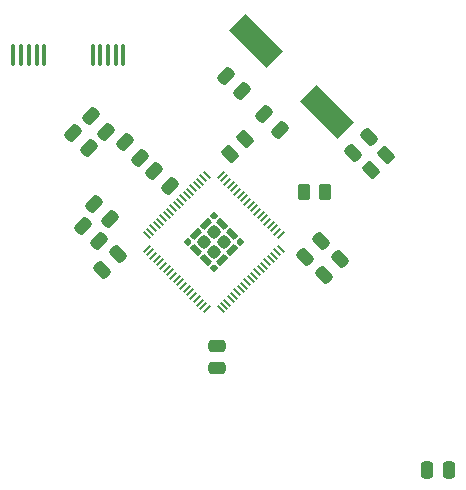
<source format=gbr>
%TF.GenerationSoftware,KiCad,Pcbnew,(6.0.4)*%
%TF.CreationDate,2022-04-10T17:23:06-04:00*%
%TF.ProjectId,ftdi601_breakout,66746469-3630-4315-9f62-7265616b6f75,rev?*%
%TF.SameCoordinates,Original*%
%TF.FileFunction,Paste,Top*%
%TF.FilePolarity,Positive*%
%FSLAX46Y46*%
G04 Gerber Fmt 4.6, Leading zero omitted, Abs format (unit mm)*
G04 Created by KiCad (PCBNEW (6.0.4)) date 2022-04-10 17:23:06*
%MOMM*%
%LPD*%
G01*
G04 APERTURE LIST*
G04 Aperture macros list*
%AMRoundRect*
0 Rectangle with rounded corners*
0 $1 Rounding radius*
0 $2 $3 $4 $5 $6 $7 $8 $9 X,Y pos of 4 corners*
0 Add a 4 corners polygon primitive as box body*
4,1,4,$2,$3,$4,$5,$6,$7,$8,$9,$2,$3,0*
0 Add four circle primitives for the rounded corners*
1,1,$1+$1,$2,$3*
1,1,$1+$1,$4,$5*
1,1,$1+$1,$6,$7*
1,1,$1+$1,$8,$9*
0 Add four rect primitives between the rounded corners*
20,1,$1+$1,$2,$3,$4,$5,0*
20,1,$1+$1,$4,$5,$6,$7,0*
20,1,$1+$1,$6,$7,$8,$9,0*
20,1,$1+$1,$8,$9,$2,$3,0*%
%AMRotRect*
0 Rectangle, with rotation*
0 The origin of the aperture is its center*
0 $1 length*
0 $2 width*
0 $3 Rotation angle, in degrees counterclockwise*
0 Add horizontal line*
21,1,$1,$2,0,0,$3*%
%AMFreePoly0*
4,1,48,0.193768,0.277084,0.210255,0.277084,0.223594,0.267393,0.239271,0.262299,0.248962,0.248962,0.262299,0.239271,0.267393,0.223594,0.277084,0.210255,0.277084,0.193768,0.282178,0.178092,0.282178,-0.178092,0.277084,-0.193768,0.277084,-0.210255,0.267393,-0.223594,0.262299,-0.239271,0.248962,-0.248962,0.239271,-0.262299,0.223594,-0.267393,0.210255,-0.277084,0.193768,-0.277084,
0.178092,-0.282178,-0.178092,-0.282178,-0.193768,-0.277084,-0.210255,-0.277084,-0.223594,-0.267393,-0.239271,-0.262299,-0.248962,-0.248962,-0.262299,-0.239271,-0.267393,-0.223594,-0.277084,-0.210255,-0.277084,-0.193768,-0.282178,-0.178092,-0.282178,0.091864,-0.279582,0.099852,-0.280896,0.108147,-0.269831,0.129864,-0.262299,0.153044,-0.255505,0.157980,-0.251692,0.165464,-0.165464,0.251692,
-0.157980,0.255505,-0.153044,0.262299,-0.129862,0.269831,-0.108146,0.280896,-0.099852,0.279582,-0.091864,0.282178,0.178092,0.282178,0.193768,0.277084,0.193768,0.277084,$1*%
%AMFreePoly1*
4,1,16,0.168960,0.477745,0.203876,0.463282,0.261726,0.405432,0.282179,0.356053,0.282179,-0.356053,0.261724,-0.405433,0.203877,-0.463283,0.154499,-0.483736,-0.212347,-0.483736,-0.261726,-0.463283,-0.282179,-0.413904,-0.282179,0.413904,-0.261726,0.463283,-0.212347,0.483736,0.154499,0.483736,0.168960,0.477745,0.168960,0.477745,$1*%
%AMFreePoly2*
4,1,48,0.193768,0.277084,0.210255,0.277084,0.223594,0.267393,0.239271,0.262299,0.248962,0.248962,0.262299,0.239271,0.267393,0.223594,0.277084,0.210255,0.277084,0.193768,0.282178,0.178092,0.282178,-0.178092,0.277084,-0.193768,0.277084,-0.210255,0.267393,-0.223594,0.262299,-0.239271,0.248962,-0.248962,0.239271,-0.262299,0.223594,-0.267393,0.210255,-0.277084,0.193768,-0.277084,
0.178092,-0.282178,-0.091864,-0.282178,-0.099852,-0.279582,-0.108146,-0.280896,-0.129862,-0.269831,-0.153044,-0.262299,-0.157980,-0.255505,-0.165464,-0.251692,-0.251692,-0.165464,-0.255505,-0.157980,-0.262299,-0.153044,-0.269831,-0.129864,-0.280896,-0.108147,-0.279582,-0.099852,-0.282178,-0.091864,-0.282178,0.178092,-0.277084,0.193768,-0.277084,0.210255,-0.267393,0.223594,-0.262299,0.239271,
-0.248962,0.248962,-0.239271,0.262299,-0.223594,0.267393,-0.210255,0.277084,-0.193768,0.277084,-0.178092,0.282178,0.178092,0.282178,0.193768,0.277084,0.193768,0.277084,$1*%
%AMFreePoly3*
4,1,16,0.261726,0.463283,0.282179,0.413904,0.282179,-0.413904,0.261726,-0.463283,0.212347,-0.483736,-0.154499,-0.483736,-0.168960,-0.477745,-0.203877,-0.463281,-0.261726,-0.405432,-0.282179,-0.356053,-0.282179,0.356053,-0.261724,0.405433,-0.203877,0.463283,-0.154499,0.483736,0.212347,0.483736,0.261726,0.463283,0.261726,0.463283,$1*%
%AMFreePoly4*
4,1,16,0.405432,0.261726,0.405432,0.261725,0.463283,0.203877,0.483736,0.154497,0.483736,-0.212347,0.463283,-0.261726,0.413904,-0.282179,-0.413904,-0.282179,-0.463283,-0.261726,-0.483736,-0.212347,-0.483736,0.154497,-0.463281,0.203877,-0.405432,0.261726,-0.356053,0.282179,0.356053,0.282179,0.405432,0.261726,0.405432,0.261726,$1*%
%AMFreePoly5*
4,1,15,0.463283,0.261726,0.483736,0.212347,0.483736,-0.154497,0.463281,-0.203877,0.405432,-0.261726,0.356053,-0.282179,-0.356053,-0.282179,-0.405433,-0.261724,-0.463283,-0.203877,-0.483736,-0.154497,-0.483736,0.212347,-0.463283,0.261726,-0.413904,0.282179,0.413904,0.282179,0.463283,0.261726,0.463283,0.261726,$1*%
%AMFreePoly6*
4,1,48,0.099852,0.279582,0.108147,0.280896,0.129864,0.269831,0.153044,0.262299,0.157980,0.255505,0.165464,0.251692,0.251692,0.165464,0.255505,0.157980,0.262299,0.153044,0.269831,0.129862,0.280896,0.108146,0.279582,0.099852,0.282178,0.091864,0.282178,-0.178092,0.277084,-0.193768,0.277084,-0.210255,0.267393,-0.223594,0.262299,-0.239271,0.248962,-0.248962,0.239271,-0.262299,
0.223594,-0.267393,0.210255,-0.277084,0.193768,-0.277084,0.178092,-0.282178,-0.178092,-0.282178,-0.193768,-0.277084,-0.210255,-0.277084,-0.223594,-0.267393,-0.239271,-0.262299,-0.248962,-0.248962,-0.262299,-0.239271,-0.267393,-0.223594,-0.277084,-0.210255,-0.277084,-0.193768,-0.282178,-0.178092,-0.282178,0.178092,-0.277084,0.193768,-0.277084,0.210255,-0.267393,0.223594,-0.262299,0.239271,
-0.248962,0.248962,-0.239271,0.262299,-0.223594,0.267393,-0.210255,0.277084,-0.193768,0.277084,-0.178092,0.282178,0.091864,0.282178,0.099852,0.279582,0.099852,0.279582,$1*%
%AMFreePoly7*
4,1,48,0.193768,0.277084,0.210255,0.277084,0.223594,0.267393,0.239271,0.262299,0.248962,0.248962,0.262299,0.239271,0.267393,0.223594,0.277084,0.210255,0.277084,0.193768,0.282178,0.178092,0.282178,-0.091864,0.279582,-0.099852,0.280896,-0.108146,0.269831,-0.129862,0.262299,-0.153044,0.255505,-0.157980,0.251692,-0.165464,0.165464,-0.251692,0.157980,-0.255505,0.153044,-0.262299,
0.129864,-0.269831,0.108147,-0.280896,0.099852,-0.279582,0.091864,-0.282178,-0.178092,-0.282178,-0.193768,-0.277084,-0.210255,-0.277084,-0.223594,-0.267393,-0.239271,-0.262299,-0.248962,-0.248962,-0.262299,-0.239271,-0.267393,-0.223594,-0.277084,-0.210255,-0.277084,-0.193768,-0.282178,-0.178092,-0.282178,0.178092,-0.277084,0.193768,-0.277084,0.210255,-0.267393,0.223594,-0.262299,0.239271,
-0.248962,0.248962,-0.239271,0.262299,-0.223594,0.267393,-0.210255,0.277084,-0.193768,0.277084,-0.178092,0.282178,0.178092,0.282178,0.193768,0.277084,0.193768,0.277084,$1*%
G04 Aperture macros list end*
%ADD10RoundRect,0.100000X0.100000X0.800000X-0.100000X0.800000X-0.100000X-0.800000X0.100000X-0.800000X0*%
%ADD11RoundRect,0.250000X0.512652X0.159099X0.159099X0.512652X-0.512652X-0.159099X-0.159099X-0.512652X0*%
%ADD12RoundRect,0.250000X0.159099X-0.512652X0.512652X-0.159099X-0.159099X0.512652X-0.512652X0.159099X0*%
%ADD13RoundRect,0.250000X0.250000X0.475000X-0.250000X0.475000X-0.250000X-0.475000X0.250000X-0.475000X0*%
%ADD14RoundRect,0.250000X0.475000X-0.250000X0.475000X0.250000X-0.475000X0.250000X-0.475000X-0.250000X0*%
%ADD15RoundRect,0.250000X-0.262500X-0.450000X0.262500X-0.450000X0.262500X0.450000X-0.262500X0.450000X0*%
%ADD16RoundRect,0.250000X-0.512652X-0.159099X-0.159099X-0.512652X0.512652X0.159099X0.159099X0.512652X0*%
%ADD17RoundRect,0.250000X0.132583X-0.503814X0.503814X-0.132583X-0.132583X0.503814X-0.503814X0.132583X0*%
%ADD18RotRect,4.500000X2.000000X135.000000*%
%ADD19FreePoly0,225.000000*%
%ADD20RoundRect,0.241868X0.000000X0.342052X-0.342052X0.000000X0.000000X-0.342052X0.342052X0.000000X0*%
%ADD21FreePoly1,225.000000*%
%ADD22FreePoly2,225.000000*%
%ADD23FreePoly3,225.000000*%
%ADD24FreePoly4,225.000000*%
%ADD25FreePoly5,225.000000*%
%ADD26FreePoly6,225.000000*%
%ADD27FreePoly7,225.000000*%
%ADD28RoundRect,0.050000X0.220971X0.291682X-0.291682X-0.220971X-0.220971X-0.291682X0.291682X0.220971X0*%
%ADD29RoundRect,0.050000X-0.220971X0.291682X-0.291682X0.220971X0.220971X-0.291682X0.291682X-0.220971X0*%
G04 APERTURE END LIST*
D10*
%TO.C,J1*%
X142850000Y-71675000D03*
X142200000Y-71675000D03*
X141550000Y-71675000D03*
X140250000Y-71675000D03*
X136150000Y-71675000D03*
X135500000Y-71675000D03*
X134850000Y-71675000D03*
X134200000Y-71675000D03*
X133550000Y-71675000D03*
X140900000Y-71675000D03*
%TD*%
D11*
%TO.C,C2*%
X141421751Y-78171751D03*
X140078249Y-76828249D03*
%TD*%
D12*
%TO.C,C11*%
X158214125Y-88757626D03*
X159557627Y-87414124D03*
%TD*%
D13*
%TO.C,C10*%
X170457035Y-106800000D03*
X168557035Y-106800000D03*
%TD*%
D14*
%TO.C,C8*%
X150757035Y-98200000D03*
X150757035Y-96300000D03*
%TD*%
D11*
%TO.C,C6*%
X152871751Y-74771751D03*
X151528249Y-73428249D03*
%TD*%
D12*
%TO.C,C13*%
X141028249Y-89871751D03*
X142371751Y-88528249D03*
%TD*%
D15*
%TO.C,R2*%
X158107035Y-83250000D03*
X159932035Y-83250000D03*
%TD*%
D16*
%TO.C,C5*%
X154756498Y-76656498D03*
X156100000Y-78000000D03*
%TD*%
D12*
%TO.C,C4*%
X162300000Y-80000000D03*
X163643502Y-78656498D03*
%TD*%
%TO.C,C14*%
X159842374Y-90329377D03*
X161185876Y-88985875D03*
%TD*%
D17*
%TO.C,R3*%
X151854765Y-80045235D03*
X153145235Y-78754765D03*
%TD*%
D16*
%TO.C,C7*%
X139428249Y-86128249D03*
X140771751Y-87471751D03*
%TD*%
D18*
%TO.C,Y1*%
X160105204Y-76505204D03*
X154094796Y-70494796D03*
%TD*%
D16*
%TO.C,C9*%
X145464124Y-81464125D03*
X146807626Y-82807627D03*
%TD*%
D11*
%TO.C,C1*%
X141700000Y-85600000D03*
X140356498Y-84256498D03*
%TD*%
D19*
%TO.C,U2*%
X148307969Y-87520280D03*
D20*
X150500000Y-86671752D03*
D21*
X151171751Y-86000000D03*
D20*
X149651472Y-87520280D03*
D22*
X150500000Y-89712311D03*
D23*
X148979720Y-88192031D03*
D20*
X150500000Y-88368808D03*
D24*
X149828249Y-86000000D03*
D25*
X152020280Y-88192031D03*
D21*
X152020280Y-86848529D03*
D20*
X151348528Y-87520280D03*
D23*
X149828249Y-89040560D03*
D26*
X150500000Y-85328249D03*
D24*
X148979720Y-86848529D03*
D27*
X152692031Y-87520280D03*
D25*
X151171751Y-89040560D03*
D28*
X156183371Y-86928078D03*
X155900528Y-86645235D03*
X155617685Y-86362393D03*
X155334843Y-86079550D03*
X155052000Y-85796707D03*
X154769157Y-85513865D03*
X154486314Y-85231022D03*
X154203472Y-84948179D03*
X153920629Y-84665336D03*
X153637786Y-84382494D03*
X153354944Y-84099651D03*
X153072101Y-83816808D03*
X152789258Y-83533966D03*
X152506415Y-83251123D03*
X152223573Y-82968280D03*
X151940730Y-82685437D03*
X151657887Y-82402595D03*
X151375045Y-82119752D03*
X151092202Y-81836909D03*
D29*
X149907798Y-81836909D03*
X149624955Y-82119752D03*
X149342113Y-82402595D03*
X149059270Y-82685437D03*
X148776427Y-82968280D03*
X148493585Y-83251123D03*
X148210742Y-83533966D03*
X147927899Y-83816808D03*
X147645056Y-84099651D03*
X147362214Y-84382494D03*
X147079371Y-84665336D03*
X146796528Y-84948179D03*
X146513686Y-85231022D03*
X146230843Y-85513865D03*
X145948000Y-85796707D03*
X145665157Y-86079550D03*
X145382315Y-86362393D03*
X145099472Y-86645235D03*
X144816629Y-86928078D03*
D28*
X144816629Y-88112482D03*
X145099472Y-88395325D03*
X145382315Y-88678167D03*
X145665157Y-88961010D03*
X145948000Y-89243853D03*
X146230843Y-89526695D03*
X146513686Y-89809538D03*
X146796528Y-90092381D03*
X147079371Y-90375224D03*
X147362214Y-90658066D03*
X147645056Y-90940909D03*
X147927899Y-91223752D03*
X148210742Y-91506594D03*
X148493585Y-91789437D03*
X148776427Y-92072280D03*
X149059270Y-92355123D03*
X149342113Y-92637965D03*
X149624955Y-92920808D03*
X149907798Y-93203651D03*
D29*
X151092202Y-93203651D03*
X151375045Y-92920808D03*
X151657887Y-92637965D03*
X151940730Y-92355123D03*
X152223573Y-92072280D03*
X152506415Y-91789437D03*
X152789258Y-91506594D03*
X153072101Y-91223752D03*
X153354944Y-90940909D03*
X153637786Y-90658066D03*
X153920629Y-90375224D03*
X154203472Y-90092381D03*
X154486314Y-89809538D03*
X154769157Y-89526695D03*
X155052000Y-89243853D03*
X155334843Y-88961010D03*
X155617685Y-88678167D03*
X155900528Y-88395325D03*
X156183371Y-88112482D03*
%TD*%
D17*
%TO.C,R1*%
X163800000Y-81400000D03*
X165090470Y-80109530D03*
%TD*%
D16*
%TO.C,C12*%
X142956498Y-79056498D03*
X144300000Y-80400000D03*
%TD*%
D11*
%TO.C,C3*%
X139921751Y-79593502D03*
X138578249Y-78250000D03*
%TD*%
M02*

</source>
